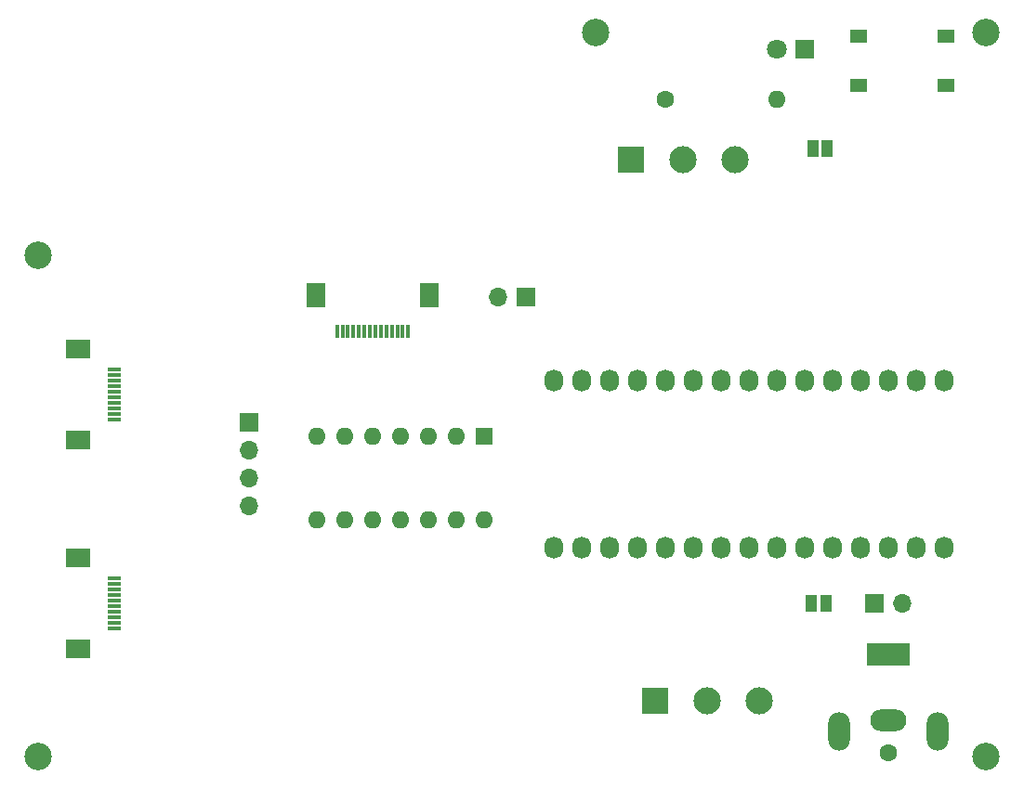
<source format=gbr>
%TF.GenerationSoftware,KiCad,Pcbnew,(6.0.1)*%
%TF.CreationDate,2022-07-24T14:20:51+01:00*%
%TF.ProjectId,psp-bluetooth,7073702d-626c-4756-9574-6f6f74682e6b,rev?*%
%TF.SameCoordinates,Original*%
%TF.FileFunction,Soldermask,Top*%
%TF.FilePolarity,Negative*%
%FSLAX46Y46*%
G04 Gerber Fmt 4.6, Leading zero omitted, Abs format (unit mm)*
G04 Created by KiCad (PCBNEW (6.0.1)) date 2022-07-24 14:20:51*
%MOMM*%
%LPD*%
G01*
G04 APERTURE LIST*
%ADD10O,1.727200X2.032000*%
%ADD11R,2.475000X2.475000*%
%ADD12C,2.475000*%
%ADD13C,2.500000*%
%ADD14R,1.600000X1.600000*%
%ADD15O,1.600000X1.600000*%
%ADD16R,1.000000X1.500000*%
%ADD17C,1.600000*%
%ADD18R,0.300000X1.300000*%
%ADD19R,1.800000X2.200000*%
%ADD20R,4.000000X2.000000*%
%ADD21O,3.300000X2.000000*%
%ADD22O,2.000000X3.500000*%
%ADD23R,1.700000X1.700000*%
%ADD24O,1.700000X1.700000*%
%ADD25R,1.800000X1.800000*%
%ADD26C,1.800000*%
%ADD27R,1.300000X0.300000*%
%ADD28R,2.200000X1.800000*%
%ADD29R,1.550000X1.300000*%
G04 APERTURE END LIST*
D10*
%TO.C,P1*%
X194310000Y-59690000D03*
X191770000Y-59690000D03*
X189230000Y-59690000D03*
X186690000Y-59690000D03*
X184150000Y-59690000D03*
X181610000Y-59690000D03*
X179070000Y-59690000D03*
X176530000Y-59690000D03*
X173990000Y-59690000D03*
X171450000Y-59690000D03*
X168910000Y-59690000D03*
X166370000Y-59690000D03*
X163830000Y-59690000D03*
X161290000Y-59690000D03*
X158750000Y-59690000D03*
%TD*%
%TO.C,P2*%
X194310000Y-74930000D03*
X191770000Y-74930000D03*
X189230000Y-74930000D03*
X186690000Y-74930000D03*
X184150000Y-74930000D03*
X181610000Y-74930000D03*
X179070000Y-74930000D03*
X176530000Y-74930000D03*
X173990000Y-74930000D03*
X171450000Y-74930000D03*
X168910000Y-74930000D03*
X166370000Y-74930000D03*
X163830000Y-74930000D03*
X161290000Y-74930000D03*
X158750000Y-74930000D03*
%TD*%
D11*
%TO.C,S1*%
X167970000Y-88900000D03*
D12*
X172720000Y-88900000D03*
X177470000Y-88900000D03*
%TD*%
D13*
%TO.C,H4*%
X111760000Y-93980000D03*
%TD*%
D14*
%TO.C,U1*%
X152400000Y-64770000D03*
D15*
X149860000Y-64770000D03*
X147320000Y-64770000D03*
X144780000Y-64770000D03*
X142240000Y-64770000D03*
X139700000Y-64770000D03*
X137160000Y-64770000D03*
X137160000Y-72390000D03*
X139700000Y-72390000D03*
X142240000Y-72390000D03*
X144780000Y-72390000D03*
X147320000Y-72390000D03*
X149860000Y-72390000D03*
X152400000Y-72390000D03*
%TD*%
D16*
%TO.C,JP1*%
X182230000Y-80010000D03*
X183530000Y-80010000D03*
%TD*%
%TO.C,JP2*%
X182350000Y-38500000D03*
X183650000Y-38500000D03*
%TD*%
D13*
%TO.C,H2*%
X198120000Y-27940000D03*
%TD*%
D17*
%TO.C,R1*%
X168920000Y-34000000D03*
D15*
X179080000Y-34000000D03*
%TD*%
D11*
%TO.C,S2*%
X165750000Y-39500000D03*
D12*
X170500000Y-39500000D03*
X175250000Y-39500000D03*
%TD*%
D13*
%TO.C,H3*%
X198120000Y-93980000D03*
%TD*%
%TO.C,H5*%
X111760000Y-48260000D03*
%TD*%
D18*
%TO.C,J3*%
X145490000Y-55190000D03*
X144990000Y-55190000D03*
X144490000Y-55190000D03*
X143990000Y-55190000D03*
X143490000Y-55190000D03*
X142990000Y-55190000D03*
X142490000Y-55190000D03*
X141990000Y-55190000D03*
X141490000Y-55190000D03*
X140990000Y-55190000D03*
X140490000Y-55190000D03*
X139990000Y-55190000D03*
X139490000Y-55190000D03*
X138990000Y-55190000D03*
D19*
X147390000Y-51940000D03*
X137090000Y-51940000D03*
%TD*%
D17*
%TO.C,J6*%
X189230000Y-93670000D03*
D20*
X189230000Y-84670000D03*
D21*
X189230000Y-90670000D03*
D22*
X193730000Y-91670000D03*
X184730000Y-91670000D03*
%TD*%
D23*
%TO.C,J4*%
X131000000Y-63510000D03*
D24*
X131000000Y-66050000D03*
X131000000Y-68590000D03*
X131000000Y-71130000D03*
%TD*%
D23*
%TO.C,J5*%
X156210000Y-52070000D03*
D24*
X153670000Y-52070000D03*
%TD*%
D13*
%TO.C,H1*%
X162560000Y-27940000D03*
%TD*%
D25*
%TO.C,D1*%
X181590000Y-29495000D03*
D26*
X179050000Y-29495000D03*
%TD*%
D27*
%TO.C,J1*%
X118690000Y-58710000D03*
X118690000Y-59210000D03*
X118690000Y-59710000D03*
X118690000Y-60210000D03*
X118690000Y-60710000D03*
X118690000Y-61210000D03*
X118690000Y-61710000D03*
X118690000Y-62210000D03*
X118690000Y-62710000D03*
X118690000Y-63210000D03*
D28*
X115440000Y-56810000D03*
X115440000Y-65110000D03*
%TD*%
D23*
%TO.C,J8*%
X187960000Y-80010000D03*
D24*
X190500000Y-80010000D03*
%TD*%
D29*
%TO.C,SW1*%
X186525000Y-28250000D03*
X194475000Y-28250000D03*
X186525000Y-32750000D03*
X194475000Y-32750000D03*
%TD*%
D27*
%TO.C,J2*%
X118690000Y-77760000D03*
X118690000Y-78260000D03*
X118690000Y-78760000D03*
X118690000Y-79260000D03*
X118690000Y-79760000D03*
X118690000Y-80260000D03*
X118690000Y-80760000D03*
X118690000Y-81260000D03*
X118690000Y-81760000D03*
X118690000Y-82260000D03*
D28*
X115440000Y-84160000D03*
X115440000Y-75860000D03*
%TD*%
M02*

</source>
